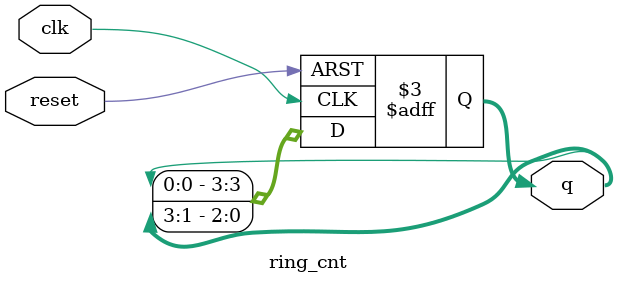
<source format=v>
module ring_cnt(
    input clk,
    input reset,
    output reg [3:0] q
);

always @ (posedge clk or negedge reset) begin
    if(!reset)
        q <= 4'b0001;
    else begin
        q[3] <= q[0];
        q[2] <= q[3];
        q[1] <= q[2];
        q[0] <= q[1];
    end
end
endmodule
</source>
